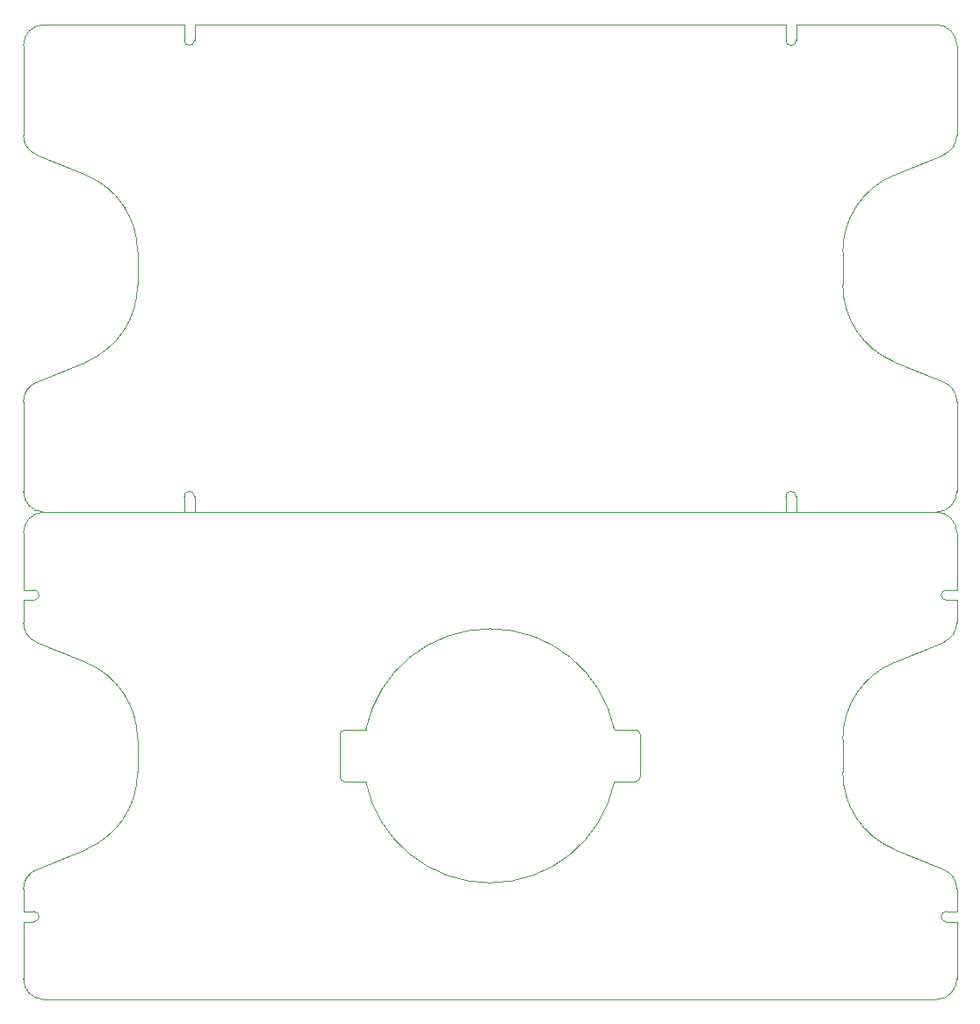
<source format=gko>
G04 Layer_Color=16711935*
%FSLAX44Y44*%
%MOMM*%
G71*
G01*
G75*
%ADD100C,0.0127*%
D100*
X110000Y250982D02*
G03*
X60615Y324893I-80000J0D01*
G01*
Y145107D02*
G03*
X110000Y219018I-30615J73910D01*
G01*
X165000Y15000D02*
G03*
X155000Y15000I-5000J0D01*
G01*
X745000D02*
G03*
X735000Y15000I-5000J0D01*
G01*
X790000Y219018D02*
G03*
X839386Y145107I80000J0D01*
G01*
Y324893D02*
G03*
X790000Y250982I30615J-73910D01*
G01*
X735000Y455000D02*
G03*
X745000Y455000I5000J0D01*
G01*
X155000D02*
G03*
X165000Y455000I5000J0D01*
G01*
X900001Y106636D02*
G03*
X887654Y125114I-20000J0D01*
G01*
Y344886D02*
G03*
X900001Y363364I-7654J18478D01*
G01*
Y450000D02*
G03*
X880001Y470000I-20000J0D01*
G01*
X20000D02*
G03*
X0Y450000I0J-20000D01*
G01*
Y363364D02*
G03*
X12346Y344886I20000J0D01*
G01*
Y125114D02*
G03*
X0Y106636I7654J-18478D01*
G01*
Y20000D02*
G03*
X20000Y0I20000J0D01*
G01*
X880001D02*
G03*
X900001Y20000I0J20000D01*
G01*
X12346Y344886D02*
X60615Y324893D01*
X110000Y219018D02*
Y250982D01*
X12346Y125114D02*
X60615Y145107D01*
X0Y20000D02*
Y106636D01*
X20000Y0D02*
X155000D01*
Y15000D01*
X165000Y0D02*
Y15000D01*
Y0D02*
X735000D01*
Y15000D01*
X745000Y0D02*
Y15000D01*
Y0D02*
X880001D01*
X900001Y20000D02*
Y106636D01*
X839386Y145107D02*
X887654Y125114D01*
X790000Y219018D02*
Y250982D01*
X839386Y324893D02*
X887654Y344886D01*
X900001Y363364D02*
Y450000D01*
X745000Y470000D02*
X880001D01*
X745000Y455000D02*
Y470000D01*
X735000Y455000D02*
Y470000D01*
X165000D02*
X735000D01*
X165000Y455000D02*
Y470000D01*
X155000Y455000D02*
Y470000D01*
X20000D02*
X155000D01*
X0Y363364D02*
Y450000D01*
Y-449900D02*
G03*
X20000Y-469900I20000J0D01*
G01*
X10000Y-394900D02*
G03*
X10000Y-384900I0J5000D01*
G01*
X12346Y-344786D02*
G03*
X0Y-363264I7654J-18478D01*
G01*
X20000Y100D02*
G03*
X0Y-19900I0J-20000D01*
G01*
X60615Y-324793D02*
G03*
X110000Y-250882I-30615J73910D01*
G01*
Y-218918D02*
G03*
X60615Y-145007I-80000J0D01*
G01*
X0Y-106536D02*
G03*
X12346Y-125014I20000J0D01*
G01*
X10000Y-84900D02*
G03*
X10000Y-74900I0J5000D01*
G01*
X839386Y-145007D02*
G03*
X790000Y-218918I30615J-73910D01*
G01*
Y-250882D02*
G03*
X839386Y-324793I80000J0D01*
G01*
X900001Y-19900D02*
G03*
X880001Y100I-20000J0D01*
G01*
X890001Y-74900D02*
G03*
X890001Y-84900I0J-5000D01*
G01*
X887654Y-125014D02*
G03*
X900001Y-106536I-7654J18478D01*
G01*
Y-363264D02*
G03*
X887654Y-344786I-20000J0D01*
G01*
X890001Y-384900D02*
G03*
X890001Y-394900I0J-5000D01*
G01*
X880001Y-469900D02*
G03*
X900001Y-449900I-0J20000D01*
G01*
X310000Y-209900D02*
G03*
X305000Y-214900I0J-5000D01*
G01*
X569922Y-209900D02*
G03*
X330078Y-209900I-119922J-25000D01*
G01*
X595000Y-214900D02*
G03*
X590000Y-209900I-5000J0D01*
G01*
Y-259900D02*
G03*
X595000Y-254900I0J5000D01*
G01*
X330078Y-259900D02*
G03*
X569922Y-259900I119922J25000D01*
G01*
X305000Y-254900D02*
G03*
X310000Y-259900I5000J0D01*
G01*
X0Y-449900D02*
Y-394900D01*
X10000D01*
X0Y-384900D02*
X10000D01*
X0D02*
Y-363264D01*
X12346Y-344786D02*
X60615Y-324793D01*
X0Y-74900D02*
Y-19900D01*
X20000Y100D02*
X880001D01*
X110000Y-250882D02*
Y-218918D01*
X12346Y-125014D02*
X60615Y-145007D01*
X0Y-106536D02*
Y-84900D01*
X10000D01*
X0Y-74900D02*
X10000D01*
X839386Y-145007D02*
X887654Y-125014D01*
X790000Y-250882D02*
Y-218918D01*
X839386Y-324793D02*
X887654Y-344786D01*
X900001Y-74900D02*
Y-19900D01*
X890001Y-74900D02*
X900001D01*
X890001Y-84900D02*
X900001D01*
Y-106536D02*
Y-84900D01*
Y-384900D02*
Y-363264D01*
X890001Y-384900D02*
X900001D01*
X890001Y-394900D02*
X900001D01*
Y-449900D02*
Y-394900D01*
X20000Y-469900D02*
X880001D01*
X595000Y-254900D02*
Y-214900D01*
X305000Y-254900D02*
Y-214900D01*
X310000Y-209900D02*
X330078D01*
X569922D02*
X590000D01*
X595000Y-254900D02*
Y-214900D01*
X569922Y-259900D02*
X590000D01*
X310000D02*
X330078Y-259900D01*
M02*

</source>
